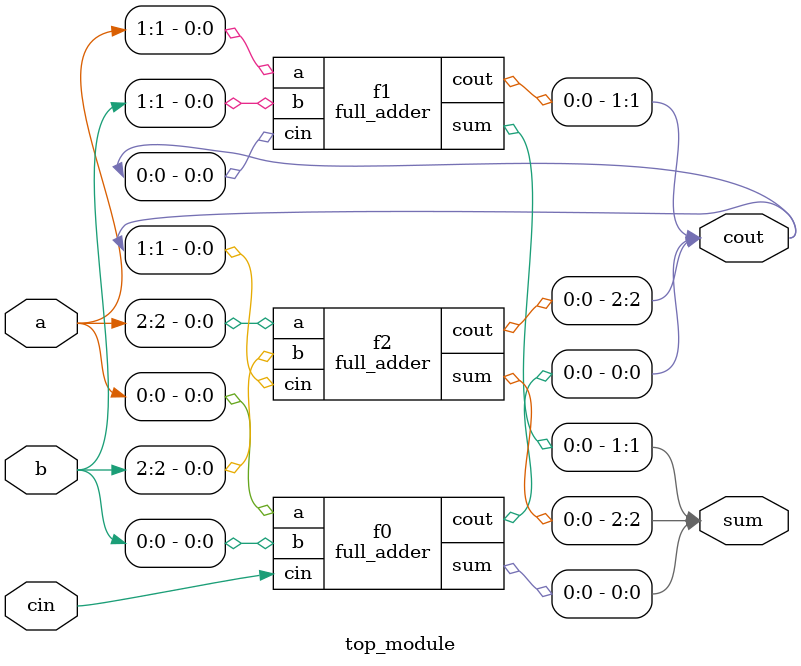
<source format=v>
module full_adder( 
    input a, b, cin,
    output cout, sum );
    assign sum = a ^ b ^ cin; 
    assign cout = (a & b) | (a & cin) | (b & cin); 

endmodule

module top_module( 
    input [2:0] a, b,
    input cin,
    output [2:0] cout,
    output [2:0] sum );
    
    full_adder f0 (.a(a[0]), 
                  .b(b[0]), 
                  .cin(cin), 
                  .cout(cout[0]), 
                  .sum(sum[0])
                 ); 
    full_adder f1 (.a(a[1]), 
                  .b(b[1]), 
                  .cin(cout[0]), 
                  .cout(cout[1]), 
                  .sum(sum[1])
                 ); 
    full_adder f2 (.a(a[2]), 
                  .b(b[2]), 
                  .cin(cout[1]), 
                  .cout(cout[2]), 
                  .sum(sum[2])
                 ); 
    

endmodule

</source>
